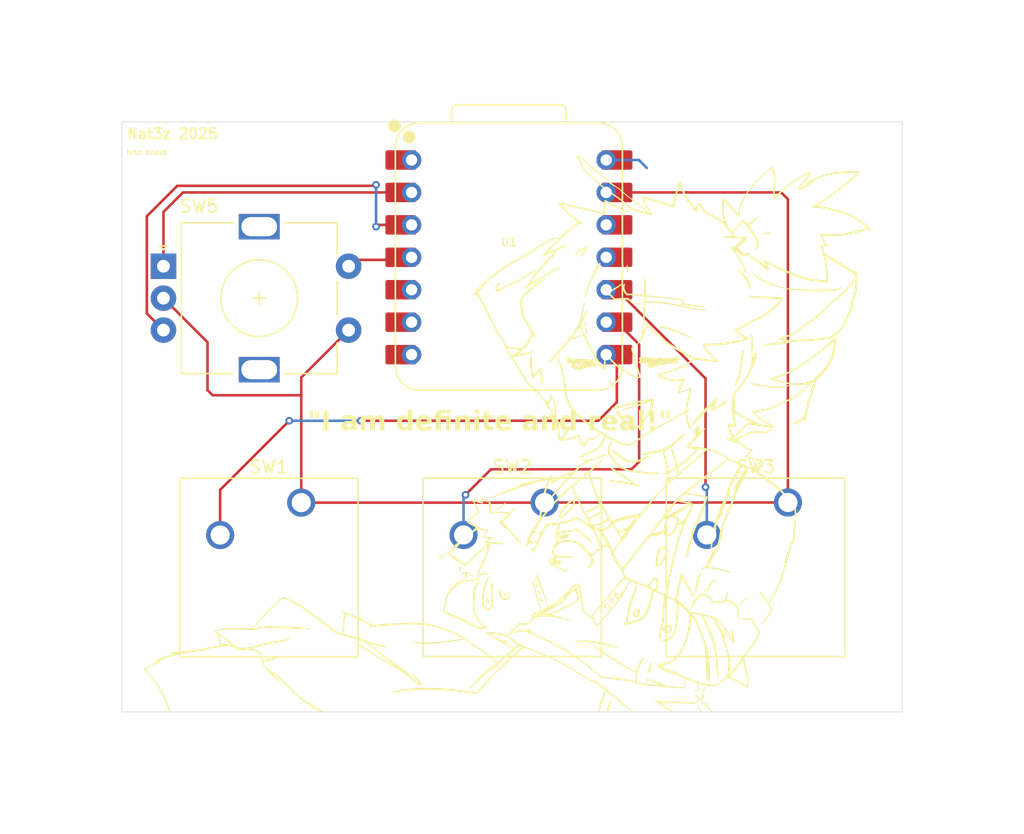
<source format=kicad_pcb>
(kicad_pcb (version 20241229) (generator "pcbnew") (generator_version "9.0")
  (layers (0 "F.Cu" signal) (2 "B.Cu" signal) (13 "F.Paste" user) (15 "B.Paste" user) (5 "F.SilkS" user "F.Silkscreen") (7 "B.SilkS" user "B.Silkscreen") (1 "F.Mask" user) (3 "B.Mask" user) (25 "Edge.Cuts" user))
  (net 0 "")
  (net 1 "GND")
  (net 2 "+5V")
  (net 3 "GPIO1")
  (net 4 "GPIO2")
  (net 5 "GPIO4")
  (net 6 "ENC_A")
  (net 7 "ENC_B")
  (net 14 "ENC_BUTTON")
  (footprint "Seeed Studio XIAO Series Library:XIAO-RP2040-DIP" (layer "F.Cu") (at 85.6 36.6)
    (property "Reference" "U1" (at 0 -1.2 0) (layer "F.SilkS") (effects (font (size 0.635 0.635) (thickness 0.1016))))
    (property "Value" "XIAO-RP2040-DIP")
    (pad "1" smd roundrect (at -8.455 -7.62 180) (size 2.432 1.524) (layers "F.Cu" "F.Mask") (roundrect_rratio 0.1))
    (pad "1" thru_hole circle (at -7.62 -7.62 180) (size 1.524 1.524) (drill 0.889) (layers "*.Cu" "*.Mask"))
    (pad "2" smd roundrect (at -8.455 -5.08 180) (size 2.432 1.524) (layers "F.Cu" "F.Mask") (roundrect_rratio 0.1) (net 6 "ENC_A"))
    (pad "2" thru_hole circle (at -7.62 -5.08 180) (size 1.524 1.524) (drill 0.889) (layers "*.Cu" "*.Mask") (net 6 "ENC_A"))
    (pad "3" smd roundrect (at -8.455 -2.54 180) (size 2.432 1.524) (layers "F.Cu" "F.Mask") (roundrect_rratio 0.1) (net 7 "ENC_B"))
    (pad "3" thru_hole circle (at -7.62 -2.54 180) (size 1.524 1.524) (drill 0.889) (layers "*.Cu" "*.Mask") (net 7 "ENC_B"))
    (pad "4" smd roundrect (at -8.455 0 180) (size 2.432 1.524) (layers "F.Cu" "F.Mask") (roundrect_rratio 0.1) (net 14 "ENC_BUTTON"))
    (pad "4" thru_hole circle (at -7.62 0 180) (size 1.524 1.524) (drill 0.889) (layers "*.Cu" "*.Mask") (net 14 "ENC_BUTTON"))
    (pad "5" smd roundrect (at -8.455 2.54 180) (size 2.432 1.524) (layers "F.Cu" "F.Mask") (roundrect_rratio 0.1))
    (pad "5" thru_hole circle (at -7.62 2.54 180) (size 1.524 1.524) (drill 0.889) (layers "*.Cu" "*.Mask"))
    (pad "6" smd roundrect (at -8.455 5.08 180) (size 2.432 1.524) (layers "F.Cu" "F.Mask") (roundrect_rratio 0.1))
    (pad "6" thru_hole circle (at -7.62 5.08 180) (size 1.524 1.524) (drill 0.889) (layers "*.Cu" "*.Mask"))
    (pad "7" smd roundrect (at -8.455 7.62 180) (size 2.432 1.524) (layers "F.Cu" "F.Mask") (roundrect_rratio 0.1))
    (pad "7" thru_hole circle (at -7.62 7.62 180) (size 1.524 1.524) (drill 0.889) (layers "*.Cu" "*.Mask"))
    (pad "8" thru_hole circle (at 7.62 7.62) (size 1.524 1.524) (drill 0.889) (layers "*.Cu" "*.Mask") (net 3 "GPIO1"))
    (pad "8" smd roundrect (at 8.455 7.62) (size 2.432 1.524) (layers "F.Cu" "F.Mask") (roundrect_rratio 0.1) (net 3 "GPIO1"))
    (pad "9" thru_hole circle (at 7.62 5.08) (size 1.524 1.524) (drill 0.889) (layers "*.Cu" "*.Mask") (net 4 "GPIO2"))
    (pad "9" smd roundrect (at 8.455 5.08) (size 2.432 1.524) (layers "F.Cu" "F.Mask") (roundrect_rratio 0.1) (net 4 "GPIO2"))
    (pad "10" thru_hole circle (at 7.62 2.54) (size 1.524 1.524) (drill 0.889) (layers "*.Cu" "*.Mask") (net 5 "GPIO4"))
    (pad "10" smd roundrect (at 8.455 2.54) (size 2.432 1.524) (layers "F.Cu" "F.Mask") (roundrect_rratio 0.1) (net 5 "GPIO4"))
    (pad "11" thru_hole circle (at 7.62 0) (size 1.524 1.524) (drill 0.889) (layers "*.Cu" "*.Mask"))
    (pad "11" smd roundrect (at 8.455 0) (size 2.432 1.524) (layers "F.Cu" "F.Mask") (roundrect_rratio 0.1))
    (pad "12" thru_hole circle (at 7.62 -2.54) (size 1.524 1.524) (drill 0.889) (layers "*.Cu" "*.Mask"))
    (pad "12" smd roundrect (at 8.455 -2.54) (size 2.432 1.524) (layers "F.Cu" "F.Mask") (roundrect_rratio 0.1))
    (pad "13" thru_hole circle (at 7.62 -5.08) (size 1.524 1.524) (drill 0.889) (layers "*.Cu" "*.Mask") (net 1 "GND"))
    (pad "13" smd roundrect (at 8.455 -5.08) (size 2.432 1.524) (layers "F.Cu" "F.Mask") (roundrect_rratio 0.1) (net 1 "GND"))
    (pad "14" thru_hole circle (at 7.62 -7.62) (size 1.524 1.524) (drill 0.889) (layers "*.Cu" "*.Mask") (net 2 "+5V"))
    (pad "14" smd roundrect (at 8.455 -7.62) (size 2.432 1.524) (layers "F.Cu" "F.Mask") (roundrect_rratio 0.1) (net 2 "+5V"))
  )
  (footprint "Button_Switch_Keyboard:SW_Cherry_MX_1.00u_PCB" (layer "F.Cu") (at 88.4 55.8)
    (property "Reference" "SW2" (at -2.54 -2.794 0) (layer "F.SilkS"))
    (property "Value" "SW_Push")
    (pad "" np_thru_hole circle (at -7.62 5.08) (size 1.7 1.7) (drill 1.7) (layers "*.Cu" "*.Mask"))
    (pad "" np_thru_hole circle (at -2.54 5.08) (size 4 4) (drill 4) (layers "*.Cu" "*.Mask"))
    (pad "" np_thru_hole circle (at 2.54 5.08) (size 1.7 1.7) (drill 1.7) (layers "*.Cu" "*.Mask"))
    (pad "1" thru_hole circle (at 0 0) (size 2.2 2.2) (drill 1.5) (layers "*.Cu" "*.Mask") (net 1 "GND"))
    (pad "2" thru_hole circle (at -6.35 2.54) (size 2.2 2.2) (drill 1.5) (layers "*.Cu" "*.Mask") (net 4 "GPIO2"))
  )
  (footprint "LOGO" (layer "F.Cu") (at 93.8 49.2)
    (property "Reference" "G***" (hide yes))
    (property "Value" "LOGO" (hide yes))
  )
  (footprint "Rotary_Encoder:RotaryEncoder_Alps_EC11E-Switch_Vertical_H20mm" (layer "F.Cu") (at 58.55 37.3)
    (property "Reference" "SW5" (at 2.8 -4.7 0) (layer "F.SilkS"))
    (property "Value" "RotaryEncoder_Switch")
    (pad "A" thru_hole rect (at 0 0) (size 2 2) (drill 1) (layers "*.Cu" "*.Mask") (net 6 "ENC_A"))
    (pad "B" thru_hole circle (at 0 5) (size 2 2) (drill 1) (layers "*.Cu" "*.Mask") (net 7 "ENC_B"))
    (pad "C" thru_hole circle (at 0 2.5) (size 2 2) (drill 1) (layers "*.Cu" "*.Mask") (net 1 "GND"))
    (pad "MP" thru_hole rect (at 7.5 -3.1) (size 3.2 2) (drill oval 2.8 1.5) (layers "*.Cu" "*.Mask"))
    (pad "MP" thru_hole rect (at 7.5 8.1) (size 3.2 2) (drill oval 2.8 1.5) (layers "*.Cu" "*.Mask"))
    (pad "S1" thru_hole circle (at 14.5 5) (size 2 2) (drill 1) (layers "*.Cu" "*.Mask") (net 1 "GND"))
    (pad "S2" thru_hole circle (at 14.5 0) (size 2 2) (drill 1) (layers "*.Cu" "*.Mask") (net 14 "ENC_BUTTON"))
  )
  (footprint "Button_Switch_Keyboard:SW_Cherry_MX_1.00u_PCB" (layer "F.Cu") (at 69.34 55.81)
    (property "Reference" "SW1" (at -2.54 -2.794 0) (layer "F.SilkS"))
    (property "Value" "SW_Push")
    (pad "" np_thru_hole circle (at -7.62 5.08) (size 1.7 1.7) (drill 1.7) (layers "*.Cu" "*.Mask"))
    (pad "" np_thru_hole circle (at -2.54 5.08) (size 4 4) (drill 4) (layers "*.Cu" "*.Mask"))
    (pad "" np_thru_hole circle (at 2.54 5.08) (size 1.7 1.7) (drill 1.7) (layers "*.Cu" "*.Mask"))
    (pad "1" thru_hole circle (at 0 0) (size 2.2 2.2) (drill 1.5) (layers "*.Cu" "*.Mask") (net 1 "GND"))
    (pad "2" thru_hole circle (at -6.35 2.54) (size 2.2 2.2) (drill 1.5) (layers "*.Cu" "*.Mask") (net 3 "GPIO1"))
  )
  (footprint "Button_Switch_Keyboard:SW_Cherry_MX_1.00u_PCB" (layer "F.Cu") (at 107.45 55.8)
    (property "Reference" "SW3" (at -2.54 -2.794 0) (layer "F.SilkS"))
    (property "Value" "SW_Push")
    (pad "" np_thru_hole circle (at -7.62 5.08) (size 1.7 1.7) (drill 1.7) (layers "*.Cu" "*.Mask"))
    (pad "" np_thru_hole circle (at -2.54 5.08) (size 4 4) (drill 4) (layers "*.Cu" "*.Mask"))
    (pad "" np_thru_hole circle (at 2.54 5.08) (size 1.7 1.7) (drill 1.7) (layers "*.Cu" "*.Mask"))
    (pad "1" thru_hole circle (at 0 0) (size 2.2 2.2) (drill 1.5) (layers "*.Cu" "*.Mask") (net 1 "GND"))
    (pad "2" thru_hole circle (at -6.35 2.54) (size 2.2 2.2) (drill 1.5) (layers "*.Cu" "*.Mask") (net 5 "GPIO4"))
  )
  (gr_rect (start 55.31 26) (end 116.4 72.2) (stroke (width 0.05)) (fill no) (layer "Edge.Cuts"))
  (gr_text "{dblquote}I am definite and real!{dblquote}" (at 69.8 50.4 0) (layer "F.SilkS") (effects (font (size 1.5 1.5) (thickness 0.3) (bold yes)) (justify left bottom)))
  (gr_text "teto board" (at 55.6 28.6 0) (layer "F.SilkS") (effects (font (size 0.4 0.4) (thickness 0.08) (bold yes)) (justify left bottom)))
  (gr_text "Nat3z 2025" (at 55.6 27.4 0) (layer "F.SilkS") (effects (font (size 0.8 0.8) (thickness 0.16) (bold yes)) (justify left bottom)))
  (segment (start 69.34 47.4) (end 69.34 55.81) (width 0.2) (layer "F.Cu") (net 1))
  (segment (start 106.92 31.52) (end 94.055 31.52) (width 0.2) (layer "F.Cu") (net 1))
  (segment (start 69.34 46.01) (end 69.34 47.4) (width 0.2) (layer "F.Cu") (net 1))
  (segment (start 73.05 42.3) (end 69.34 46.01) (width 0.2) (layer "F.Cu") (net 1))
  (segment (start 69.34 55.81) (end 88.39 55.81) (width 0.2) (layer "F.Cu") (net 1))
  (segment (start 62 43.25) (end 62 47) (width 0.2) (layer "F.Cu") (net 1))
  (segment (start 62 47) (end 62.4 47.4) (width 0.2) (layer "F.Cu") (net 1))
  (segment (start 107.45 32.05) (end 106.92 31.52) (width 0.2) (layer "F.Cu") (net 1))
  (segment (start 88.39 55.81) (end 88.4 55.8) (width 0.2) (layer "F.Cu") (net 1))
  (segment (start 107.45 55.8) (end 107.45 32.05) (width 0.2) (layer "F.Cu") (net 1))
  (segment (start 62.4 47.4) (end 69.34 47.4) (width 0.2) (layer "F.Cu") (net 1))
  (segment (start 58.55 39.8) (end 62 43.25) (width 0.2) (layer "F.Cu") (net 1))
  (segment (start 88.4 55.8) (end 107.45 55.8) (width 0.2) (layer "F.Cu") (net 1))
  (segment (start 94.055 28.98) (end 94.075 29) (width 0.2) (layer "F.Cu") (net 2))
  (segment (start 95.78 28.98) (end 93.22 28.98) (width 0.2) (layer "B.Cu") (net 2))
  (segment (start 96.4 29.6) (end 95.78 28.98) (width 0.2) (layer "B.Cu") (net 2))
  (segment (start 92.6 49.4) (end 94.055 47.945) (width 0.2) (layer "F.Cu") (net 3))
  (segment (start 62.99 54.81) (end 68.4 49.4) (width 0.2) (layer "F.Cu") (net 3))
  (segment (start 74 49.4) (end 92.6 49.4) (width 0.2) (layer "F.Cu") (net 3))
  (segment (start 62.99 58.35) (end 62.99 54.81) (width 0.2) (layer "F.Cu") (net 3))
  (segment (start 94.055 47.945) (end 94.055 44.22) (width 0.2) (layer "F.Cu") (net 3))
  (via (at 74 49.4) (size 0.6) (drill 0.3) (layers "F.Cu" "B.Cu") (net 3))
  (via (at 68.4 49.4) (size 0.6) (drill 0.3) (layers "F.Cu" "B.Cu") (net 3))
  (segment (start 68.4 49.4) (end 74 49.4) (width 0.2) (layer "B.Cu") (net 3))
  (segment (start 95.8 52.6) (end 95.2 53.2) (width 0.2) (layer "F.Cu") (net 4))
  (segment (start 95.8 43.425) (end 95.8 52.6) (width 0.2) (layer "F.Cu") (net 4))
  (segment (start 95.2 53.2) (end 84.2 53.2) (width 0.2) (layer "F.Cu") (net 4))
  (segment (start 84.2 53.2) (end 82.2 55.2) (width 0.2) (layer "F.Cu") (net 4))
  (segment (start 94.055 41.68) (end 95.8 43.425) (width 0.2) (layer "F.Cu") (net 4))
  (via (at 82.2 55.2) (size 0.6) (drill 0.3) (layers "F.Cu" "B.Cu") (net 4))
  (segment (start 82.2 55.2) (end 82.05 55.35) (width 0.2) (layer "B.Cu") (net 4))
  (segment (start 82.05 55.35) (end 82.05 58.34) (width 0.2) (layer "B.Cu") (net 4))
  (segment (start 101 54.6) (end 101 46.085) (width 0.2) (layer "F.Cu") (net 5))
  (segment (start 101 46.085) (end 94.055 39.14) (width 0.2) (layer "F.Cu") (net 5))
  (via (at 101 54.6) (size 0.6) (drill 0.3) (layers "F.Cu" "B.Cu") (net 5))
  (segment (start 100.8 58.04) (end 101.1 58.34) (width 0.2) (layer "B.Cu") (net 5))
  (segment (start 101 54.6) (end 101 54.8) (width 0.2) (layer "B.Cu") (net 5))
  (segment (start 101.1 54.9) (end 101.1 58.34) (width 0.2) (layer "B.Cu") (net 5))
  (segment (start 101 54.8) (end 101.1 54.9) (width 0.2) (layer "B.Cu") (net 5))
  (segment (start 58.55 37.3) (end 58.55 33.05) (width 0.2) (layer "F.Cu") (net 6))
  (segment (start 60.08 31.52) (end 77.145 31.52) (width 0.2) (layer "F.Cu") (net 6))
  (segment (start 58.55 33.05) (end 60.08 31.52) (width 0.2) (layer "F.Cu") (net 6))
  (segment (start 59.6329 31) (end 75.2 31) (width 0.2) (layer "F.Cu") (net 7))
  (segment (start 58.55 42.3) (end 57.249 40.999) (width 0.2) (layer "F.Cu") (net 7))
  (segment (start 57.249 40.999) (end 57.249 33.3839) (width 0.2) (layer "F.Cu") (net 7))
  (segment (start 57.249 33.3839) (end 59.6329 31) (width 0.2) (layer "F.Cu") (net 7))
  (segment (start 75.2 31) (end 75.2 30.92) (width 0.2) (layer "F.Cu") (net 7))
  (segment (start 75.34 34.06) (end 77.145 34.06) (width 0.2) (layer "F.Cu") (net 7))
  (segment (start 75.2 34.2) (end 75.34 34.06) (width 0.2) (layer "F.Cu") (net 7))
  (via (at 75.2 30.92) (size 0.6) (drill 0.3) (layers "F.Cu" "B.Cu") (net 7))
  (via (at 75.2 34.2) (size 0.6) (drill 0.3) (layers "F.Cu" "B.Cu") (net 7))
  (segment (start 75.2 30.92) (end 75.2 34.2) (width 0.2) (layer "B.Cu") (net 7))
  (segment (start 73.05 37.3) (end 73.55 36.8) (width 0.2) (layer "F.Cu") (net 14))
  (segment (start 76.945 36.8) (end 77.145 36.6) (width 0.2) (layer "F.Cu") (net 14))
  (segment (start 73.55 36.8) (end 76.945 36.8) (width 0.2) (layer "F.Cu") (net 14))
)
</source>
